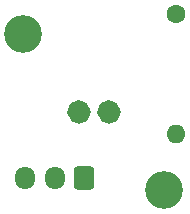
<source format=gbs>
G04 #@! TF.GenerationSoftware,KiCad,Pcbnew,6.0.4-6f826c9f35~116~ubuntu20.04.1*
G04 #@! TF.CreationDate,2022-05-16T21:54:43-06:00*
G04 #@! TF.ProjectId,phototransistor-circuit,70686f74-6f74-4726-916e-736973746f72,rev?*
G04 #@! TF.SameCoordinates,Original*
G04 #@! TF.FileFunction,Soldermask,Bot*
G04 #@! TF.FilePolarity,Negative*
%FSLAX46Y46*%
G04 Gerber Fmt 4.6, Leading zero omitted, Abs format (unit mm)*
G04 Created by KiCad (PCBNEW 6.0.4-6f826c9f35~116~ubuntu20.04.1) date 2022-05-16 21:54:43*
%MOMM*%
%LPD*%
G01*
G04 APERTURE LIST*
G04 Aperture macros list*
%AMRoundRect*
0 Rectangle with rounded corners*
0 $1 Rounding radius*
0 $2 $3 $4 $5 $6 $7 $8 $9 X,Y pos of 4 corners*
0 Add a 4 corners polygon primitive as box body*
4,1,4,$2,$3,$4,$5,$6,$7,$8,$9,$2,$3,0*
0 Add four circle primitives for the rounded corners*
1,1,$1+$1,$2,$3*
1,1,$1+$1,$4,$5*
1,1,$1+$1,$6,$7*
1,1,$1+$1,$8,$9*
0 Add four rect primitives between the rounded corners*
20,1,$1+$1,$2,$3,$4,$5,0*
20,1,$1+$1,$4,$5,$6,$7,0*
20,1,$1+$1,$6,$7,$8,$9,0*
20,1,$1+$1,$8,$9,$2,$3,0*%
G04 Aperture macros list end*
%ADD10C,1.000000*%
%ADD11C,3.200000*%
%ADD12RoundRect,0.250000X0.600000X0.725000X-0.600000X0.725000X-0.600000X-0.725000X0.600000X-0.725000X0*%
%ADD13O,1.700000X1.950000*%
%ADD14C,1.600000*%
%ADD15O,1.600000X1.600000*%
G04 APERTURE END LIST*
D10*
X88130000Y-78740000D02*
G75*
G03*
X88130000Y-78740000I-500000J0D01*
G01*
X90670000Y-78740000D02*
G75*
G03*
X90670000Y-78740000I-500000J0D01*
G01*
D11*
X82931000Y-72136000D03*
X94869000Y-85344000D03*
D12*
X88098000Y-84311000D03*
D13*
X85598000Y-84311000D03*
X83098000Y-84311000D03*
D14*
X95885000Y-70485000D03*
D15*
X95885000Y-80645000D03*
M02*

</source>
